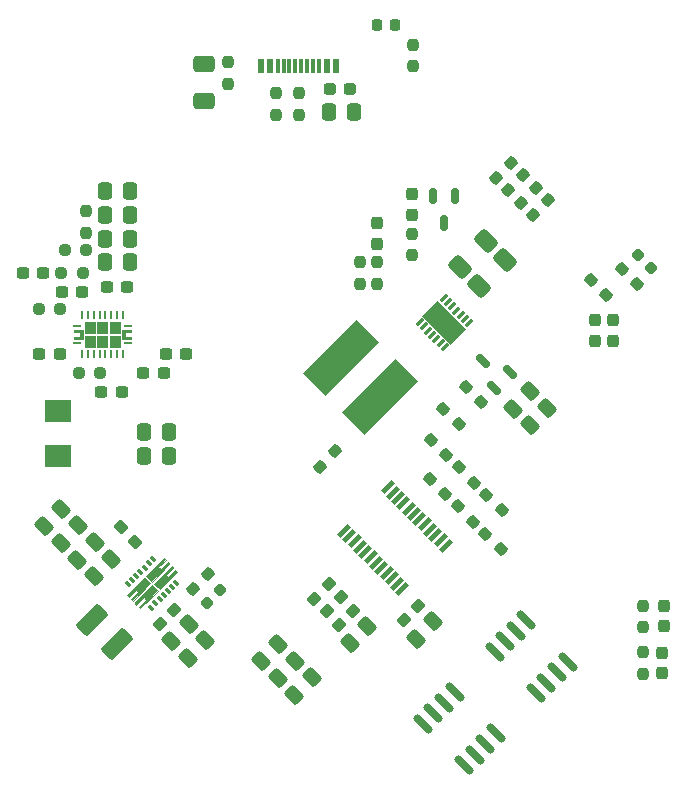
<source format=gbr>
%TF.GenerationSoftware,KiCad,Pcbnew,8.0.4*%
%TF.CreationDate,2024-11-01T13:20:14+09:00*%
%TF.ProjectId,Avio-BMS,4176696f-2d42-44d5-932e-6b696361645f,rev?*%
%TF.SameCoordinates,Original*%
%TF.FileFunction,Paste,Top*%
%TF.FilePolarity,Positive*%
%FSLAX46Y46*%
G04 Gerber Fmt 4.6, Leading zero omitted, Abs format (unit mm)*
G04 Created by KiCad (PCBNEW 8.0.4) date 2024-11-01 13:20:14*
%MOMM*%
%LPD*%
G01*
G04 APERTURE LIST*
G04 Aperture macros list*
%AMRoundRect*
0 Rectangle with rounded corners*
0 $1 Rounding radius*
0 $2 $3 $4 $5 $6 $7 $8 $9 X,Y pos of 4 corners*
0 Add a 4 corners polygon primitive as box body*
4,1,4,$2,$3,$4,$5,$6,$7,$8,$9,$2,$3,0*
0 Add four circle primitives for the rounded corners*
1,1,$1+$1,$2,$3*
1,1,$1+$1,$4,$5*
1,1,$1+$1,$6,$7*
1,1,$1+$1,$8,$9*
0 Add four rect primitives between the rounded corners*
20,1,$1+$1,$2,$3,$4,$5,0*
20,1,$1+$1,$4,$5,$6,$7,0*
20,1,$1+$1,$6,$7,$8,$9,0*
20,1,$1+$1,$8,$9,$2,$3,0*%
%AMHorizOval*
0 Thick line with rounded ends*
0 $1 width*
0 $2 $3 position (X,Y) of the first rounded end (center of the circle)*
0 $4 $5 position (X,Y) of the second rounded end (center of the circle)*
0 Add line between two ends*
20,1,$1,$2,$3,$4,$5,0*
0 Add two circle primitives to create the rounded ends*
1,1,$1,$2,$3*
1,1,$1,$4,$5*%
%AMRotRect*
0 Rectangle, with rotation*
0 The origin of the aperture is its center*
0 $1 length*
0 $2 width*
0 $3 Rotation angle, in degrees counterclockwise*
0 Add horizontal line*
21,1,$1,$2,0,0,$3*%
G04 Aperture macros list end*
%ADD10C,0.000000*%
%ADD11C,0.010000*%
%ADD12RoundRect,0.237500X-0.300000X-0.237500X0.300000X-0.237500X0.300000X0.237500X-0.300000X0.237500X0*%
%ADD13RoundRect,0.250000X-0.097227X0.574524X-0.574524X0.097227X0.097227X-0.574524X0.574524X-0.097227X0*%
%ADD14RoundRect,0.237500X-0.237500X0.287500X-0.237500X-0.287500X0.237500X-0.287500X0.237500X0.287500X0*%
%ADD15RoundRect,0.237500X-0.044194X-0.380070X0.380070X0.044194X0.044194X0.380070X-0.380070X-0.044194X0*%
%ADD16RoundRect,0.250001X1.087175X0.433103X0.433103X1.087175X-1.087175X-0.433103X-0.433103X-1.087175X0*%
%ADD17RoundRect,0.250000X-0.337500X-0.475000X0.337500X-0.475000X0.337500X0.475000X-0.337500X0.475000X0*%
%ADD18RoundRect,0.218750X0.335876X0.026517X0.026517X0.335876X-0.335876X-0.026517X-0.026517X-0.335876X0*%
%ADD19RoundRect,0.237500X-0.287500X-0.237500X0.287500X-0.237500X0.287500X0.237500X-0.287500X0.237500X0*%
%ADD20RoundRect,0.250000X-0.650000X0.412500X-0.650000X-0.412500X0.650000X-0.412500X0.650000X0.412500X0*%
%ADD21RoundRect,0.237500X0.344715X-0.008839X-0.008839X0.344715X-0.344715X0.008839X0.008839X-0.344715X0*%
%ADD22RoundRect,0.218750X-0.026517X0.335876X-0.335876X0.026517X0.026517X-0.335876X0.335876X-0.026517X0*%
%ADD23RoundRect,0.237500X0.008839X0.344715X-0.344715X-0.008839X-0.008839X-0.344715X0.344715X0.008839X0*%
%ADD24RotRect,0.812800X0.254000X45.000000*%
%ADD25RotRect,1.803400X3.403600X45.000000*%
%ADD26RoundRect,0.237500X0.237500X-0.250000X0.237500X0.250000X-0.237500X0.250000X-0.237500X-0.250000X0*%
%ADD27RoundRect,0.237500X0.250000X0.237500X-0.250000X0.237500X-0.250000X-0.237500X0.250000X-0.237500X0*%
%ADD28RoundRect,0.237500X-0.344715X0.008839X0.008839X-0.344715X0.344715X-0.008839X-0.008839X0.344715X0*%
%ADD29HorizOval,0.240000X0.127279X-0.127279X-0.127279X0.127279X0*%
%ADD30RoundRect,0.250000X0.097227X-0.574524X0.574524X-0.097227X-0.097227X0.574524X-0.574524X0.097227X0*%
%ADD31RoundRect,0.237500X-0.237500X0.250000X-0.237500X-0.250000X0.237500X-0.250000X0.237500X0.250000X0*%
%ADD32RoundRect,0.218750X-0.218750X-0.256250X0.218750X-0.256250X0.218750X0.256250X-0.218750X0.256250X0*%
%ADD33RoundRect,0.237500X0.237500X-0.300000X0.237500X0.300000X-0.237500X0.300000X-0.237500X-0.300000X0*%
%ADD34RoundRect,0.237500X-0.008839X-0.344715X0.344715X0.008839X0.008839X0.344715X-0.344715X-0.008839X0*%
%ADD35RoundRect,0.150000X-0.150000X0.512500X-0.150000X-0.512500X0.150000X-0.512500X0.150000X0.512500X0*%
%ADD36R,0.600000X1.150000*%
%ADD37R,0.300000X1.150000*%
%ADD38RotRect,2.750000X6.400000X315.000000*%
%ADD39RoundRect,0.250000X0.167938X-0.751301X0.751301X-0.167938X-0.167938X0.751301X-0.751301X0.167938X0*%
%ADD40RoundRect,0.237500X-0.237500X0.300000X-0.237500X-0.300000X0.237500X-0.300000X0.237500X0.300000X0*%
%ADD41RotRect,1.200000X0.400000X225.000000*%
%ADD42RoundRect,0.237500X0.300000X0.237500X-0.300000X0.237500X-0.300000X-0.237500X0.300000X-0.237500X0*%
%ADD43RoundRect,0.237500X0.380070X-0.044194X-0.044194X0.380070X-0.380070X0.044194X0.044194X-0.380070X0*%
%ADD44R,2.286000X1.854500*%
%ADD45RoundRect,0.050400X0.249600X-0.069600X0.249600X0.069600X-0.249600X0.069600X-0.249600X-0.069600X0*%
%ADD46RoundRect,0.050400X0.069600X-0.249600X0.069600X0.249600X-0.069600X0.249600X-0.069600X-0.249600X0*%
%ADD47RoundRect,0.237500X0.044194X0.380070X-0.380070X-0.044194X-0.044194X-0.380070X0.380070X0.044194X0*%
%ADD48RoundRect,0.150000X-0.689429X0.477297X0.477297X-0.689429X0.689429X-0.477297X-0.477297X0.689429X0*%
%ADD49RoundRect,0.150000X0.468458X-0.256326X-0.256326X0.468458X-0.468458X0.256326X0.256326X-0.468458X0*%
G04 APERTURE END LIST*
D10*
%TO.C,U1*%
G36*
X170183415Y-75068877D02*
G01*
X169049640Y-76202652D01*
X167987707Y-75140719D01*
X169121482Y-74006944D01*
X170183415Y-75068877D01*
G37*
G36*
X171386769Y-76272231D02*
G01*
X170252994Y-77406006D01*
X169191061Y-76344073D01*
X170324836Y-75210298D01*
X171386769Y-76272231D01*
G37*
D11*
%TO.C,U3*%
X144784961Y-97761113D02*
X143300037Y-99246037D01*
X143158616Y-99104616D01*
X143759657Y-98503575D01*
X143575809Y-98319727D01*
X142974768Y-98920768D01*
X142833347Y-98779347D01*
X144318271Y-97294422D01*
X144784961Y-97761113D01*
G36*
X144784961Y-97761113D02*
G01*
X143300037Y-99246037D01*
X143158616Y-99104616D01*
X143759657Y-98503575D01*
X143575809Y-98319727D01*
X142974768Y-98920768D01*
X142833347Y-98779347D01*
X144318271Y-97294422D01*
X144784961Y-97761113D01*
G37*
X145435500Y-98411651D02*
X143950575Y-99896575D01*
X143809154Y-99755154D01*
X144410195Y-99154113D01*
X144226347Y-98970265D01*
X143625306Y-99571306D01*
X143483885Y-99429885D01*
X144968809Y-97944961D01*
X145435500Y-98411651D01*
G36*
X145435500Y-98411651D02*
G01*
X143950575Y-99896575D01*
X143809154Y-99755154D01*
X144410195Y-99154113D01*
X144226347Y-98970265D01*
X143625306Y-99571306D01*
X143483885Y-99429885D01*
X144968809Y-97944961D01*
X145435500Y-98411651D01*
G37*
X146086038Y-95809498D02*
X145484997Y-96410539D01*
X145668845Y-96594387D01*
X146269886Y-95993346D01*
X146411307Y-96134767D01*
X144926383Y-97619691D01*
X144459692Y-97153001D01*
X145944617Y-95668077D01*
X146086038Y-95809498D01*
G36*
X146086038Y-95809498D02*
G01*
X145484997Y-96410539D01*
X145668845Y-96594387D01*
X146269886Y-95993346D01*
X146411307Y-96134767D01*
X144926383Y-97619691D01*
X144459692Y-97153001D01*
X145944617Y-95668077D01*
X146086038Y-95809498D01*
G37*
X146736576Y-96460036D02*
X146135535Y-97061077D01*
X146319383Y-97244925D01*
X146920424Y-96643884D01*
X147061845Y-96785305D01*
X145576921Y-98270230D01*
X145110231Y-97803539D01*
X146595155Y-96318615D01*
X146736576Y-96460036D01*
G36*
X146736576Y-96460036D02*
G01*
X146135535Y-97061077D01*
X146319383Y-97244925D01*
X146920424Y-96643884D01*
X147061845Y-96785305D01*
X145576921Y-98270230D01*
X145110231Y-97803539D01*
X146595155Y-96318615D01*
X146736576Y-96460036D01*
G37*
%TO.C,U4*%
X140120066Y-76607490D02*
X139270066Y-76607490D01*
X139270066Y-75687491D01*
X140120066Y-75687490D01*
X140120066Y-76607490D01*
G36*
X140120066Y-76607490D02*
G01*
X139270066Y-76607490D01*
X139270066Y-75687491D01*
X140120066Y-75687490D01*
X140120066Y-76607490D01*
G37*
X140120066Y-77727490D02*
X139270066Y-77727489D01*
X139270066Y-76807490D01*
X140120066Y-76807490D01*
X140120066Y-77727490D01*
G36*
X140120066Y-77727490D02*
G01*
X139270066Y-77727489D01*
X139270066Y-76807490D01*
X140120066Y-76807490D01*
X140120066Y-77727490D01*
G37*
X141170065Y-77727490D02*
X140320067Y-77727490D01*
X140320066Y-76807490D01*
X141170066Y-76807490D01*
X141170065Y-77727490D01*
G36*
X141170065Y-77727490D02*
G01*
X140320067Y-77727490D01*
X140320066Y-76807490D01*
X141170066Y-76807490D01*
X141170065Y-77727490D01*
G37*
X141170066Y-76607490D02*
X140320066Y-76607490D01*
X140320067Y-75687490D01*
X141170065Y-75687490D01*
X141170066Y-76607490D01*
G36*
X141170066Y-76607490D02*
G01*
X140320066Y-76607490D01*
X140320067Y-75687490D01*
X141170065Y-75687490D01*
X141170066Y-76607490D01*
G37*
X142220066Y-75687491D02*
X142220066Y-76607490D01*
X141370066Y-76607490D01*
X141370066Y-75687490D01*
X142220066Y-75687491D01*
G36*
X142220066Y-75687491D02*
G01*
X142220066Y-76607490D01*
X141370066Y-76607490D01*
X141370066Y-75687490D01*
X142220066Y-75687491D01*
G37*
X142220066Y-77727489D02*
X141370066Y-77727490D01*
X141370066Y-76807490D01*
X142220066Y-76807490D01*
X142220066Y-77727489D01*
G36*
X142220066Y-77727489D02*
G01*
X141370066Y-77727490D01*
X141370066Y-76807490D01*
X142220066Y-76807490D01*
X142220066Y-77727489D01*
G37*
X139070066Y-77082490D02*
X138345066Y-77082490D01*
X138342065Y-77082490D01*
X138340066Y-77082490D01*
X138337066Y-77081490D01*
X138335066Y-77081490D01*
X138332066Y-77080490D01*
X138330066Y-77080490D01*
X138327066Y-77079490D01*
X138325066Y-77078490D01*
X138322066Y-77077490D01*
X138320066Y-77075490D01*
X138318066Y-77074490D01*
X138316067Y-77072490D01*
X138314066Y-77071489D01*
X138312066Y-77069490D01*
X138310066Y-77067489D01*
X138308066Y-77065490D01*
X138306067Y-77063490D01*
X138305066Y-77061490D01*
X138303066Y-77059490D01*
X138302067Y-77057490D01*
X138300066Y-77055490D01*
X138299066Y-77052490D01*
X138298066Y-77050490D01*
X138297066Y-77047490D01*
X138297067Y-77045490D01*
X138296066Y-77042490D01*
X138296066Y-77040490D01*
X138295066Y-77037490D01*
X138295065Y-77035490D01*
X138295066Y-77032490D01*
X138295065Y-76932490D01*
X138295066Y-76929490D01*
X138295066Y-76927490D01*
X138296066Y-76924490D01*
X138296066Y-76922489D01*
X138297066Y-76919490D01*
X138297066Y-76917490D01*
X138298066Y-76914490D01*
X138299066Y-76912490D01*
X138300065Y-76909490D01*
X138302066Y-76907489D01*
X138303066Y-76905490D01*
X138305066Y-76903489D01*
X138306066Y-76901490D01*
X138308066Y-76899490D01*
X138310066Y-76897490D01*
X138312066Y-76895490D01*
X138314066Y-76893489D01*
X138316066Y-76892490D01*
X138318066Y-76890490D01*
X138320066Y-76889489D01*
X138322066Y-76887490D01*
X138325066Y-76886491D01*
X138327066Y-76885490D01*
X138330066Y-76884490D01*
X138332066Y-76884490D01*
X138335066Y-76883490D01*
X138337066Y-76883490D01*
X138340066Y-76882490D01*
X138342066Y-76882490D01*
X138345066Y-76882490D01*
X138820066Y-76882490D01*
X138820066Y-76532490D01*
X138345066Y-76532490D01*
X138342066Y-76532490D01*
X138340066Y-76532490D01*
X138337066Y-76531490D01*
X138335066Y-76531490D01*
X138332066Y-76530490D01*
X138330066Y-76530490D01*
X138327066Y-76529490D01*
X138325066Y-76528489D01*
X138322066Y-76527490D01*
X138320066Y-76525491D01*
X138318066Y-76524490D01*
X138316066Y-76522490D01*
X138314066Y-76521491D01*
X138312066Y-76519490D01*
X138310066Y-76517490D01*
X138308066Y-76515490D01*
X138306066Y-76513490D01*
X138305066Y-76511491D01*
X138303066Y-76509490D01*
X138302066Y-76507491D01*
X138300065Y-76505490D01*
X138299066Y-76502490D01*
X138298066Y-76500490D01*
X138297066Y-76497490D01*
X138297066Y-76495490D01*
X138296066Y-76492491D01*
X138296066Y-76490490D01*
X138295066Y-76487490D01*
X138295066Y-76485490D01*
X138295065Y-76482490D01*
X138295066Y-76382490D01*
X138295065Y-76379490D01*
X138295066Y-76377490D01*
X138296066Y-76374490D01*
X138296066Y-76372490D01*
X138297067Y-76369490D01*
X138297066Y-76367490D01*
X138298066Y-76364490D01*
X138299066Y-76362490D01*
X138300066Y-76359490D01*
X138302067Y-76357490D01*
X138303066Y-76355490D01*
X138305066Y-76353490D01*
X138306067Y-76351490D01*
X138308066Y-76349490D01*
X138310066Y-76347491D01*
X138312066Y-76345490D01*
X138314066Y-76343491D01*
X138316067Y-76342490D01*
X138318066Y-76340490D01*
X138320066Y-76339490D01*
X138322066Y-76337490D01*
X138325066Y-76336490D01*
X138327066Y-76335490D01*
X138330066Y-76334490D01*
X138332066Y-76334490D01*
X138335066Y-76333490D01*
X138337066Y-76333490D01*
X138340066Y-76332490D01*
X138342065Y-76332490D01*
X138345066Y-76332490D01*
X139070066Y-76332490D01*
X139070066Y-77082490D01*
G36*
X139070066Y-77082490D02*
G01*
X138345066Y-77082490D01*
X138342065Y-77082490D01*
X138340066Y-77082490D01*
X138337066Y-77081490D01*
X138335066Y-77081490D01*
X138332066Y-77080490D01*
X138330066Y-77080490D01*
X138327066Y-77079490D01*
X138325066Y-77078490D01*
X138322066Y-77077490D01*
X138320066Y-77075490D01*
X138318066Y-77074490D01*
X138316067Y-77072490D01*
X138314066Y-77071489D01*
X138312066Y-77069490D01*
X138310066Y-77067489D01*
X138308066Y-77065490D01*
X138306067Y-77063490D01*
X138305066Y-77061490D01*
X138303066Y-77059490D01*
X138302067Y-77057490D01*
X138300066Y-77055490D01*
X138299066Y-77052490D01*
X138298066Y-77050490D01*
X138297066Y-77047490D01*
X138297067Y-77045490D01*
X138296066Y-77042490D01*
X138296066Y-77040490D01*
X138295066Y-77037490D01*
X138295065Y-77035490D01*
X138295066Y-77032490D01*
X138295065Y-76932490D01*
X138295066Y-76929490D01*
X138295066Y-76927490D01*
X138296066Y-76924490D01*
X138296066Y-76922489D01*
X138297066Y-76919490D01*
X138297066Y-76917490D01*
X138298066Y-76914490D01*
X138299066Y-76912490D01*
X138300065Y-76909490D01*
X138302066Y-76907489D01*
X138303066Y-76905490D01*
X138305066Y-76903489D01*
X138306066Y-76901490D01*
X138308066Y-76899490D01*
X138310066Y-76897490D01*
X138312066Y-76895490D01*
X138314066Y-76893489D01*
X138316066Y-76892490D01*
X138318066Y-76890490D01*
X138320066Y-76889489D01*
X138322066Y-76887490D01*
X138325066Y-76886491D01*
X138327066Y-76885490D01*
X138330066Y-76884490D01*
X138332066Y-76884490D01*
X138335066Y-76883490D01*
X138337066Y-76883490D01*
X138340066Y-76882490D01*
X138342066Y-76882490D01*
X138345066Y-76882490D01*
X138820066Y-76882490D01*
X138820066Y-76532490D01*
X138345066Y-76532490D01*
X138342066Y-76532490D01*
X138340066Y-76532490D01*
X138337066Y-76531490D01*
X138335066Y-76531490D01*
X138332066Y-76530490D01*
X138330066Y-76530490D01*
X138327066Y-76529490D01*
X138325066Y-76528489D01*
X138322066Y-76527490D01*
X138320066Y-76525491D01*
X138318066Y-76524490D01*
X138316066Y-76522490D01*
X138314066Y-76521491D01*
X138312066Y-76519490D01*
X138310066Y-76517490D01*
X138308066Y-76515490D01*
X138306066Y-76513490D01*
X138305066Y-76511491D01*
X138303066Y-76509490D01*
X138302066Y-76507491D01*
X138300065Y-76505490D01*
X138299066Y-76502490D01*
X138298066Y-76500490D01*
X138297066Y-76497490D01*
X138297066Y-76495490D01*
X138296066Y-76492491D01*
X138296066Y-76490490D01*
X138295066Y-76487490D01*
X138295066Y-76485490D01*
X138295065Y-76482490D01*
X138295066Y-76382490D01*
X138295065Y-76379490D01*
X138295066Y-76377490D01*
X138296066Y-76374490D01*
X138296066Y-76372490D01*
X138297067Y-76369490D01*
X138297066Y-76367490D01*
X138298066Y-76364490D01*
X138299066Y-76362490D01*
X138300066Y-76359490D01*
X138302067Y-76357490D01*
X138303066Y-76355490D01*
X138305066Y-76353490D01*
X138306067Y-76351490D01*
X138308066Y-76349490D01*
X138310066Y-76347491D01*
X138312066Y-76345490D01*
X138314066Y-76343491D01*
X138316067Y-76342490D01*
X138318066Y-76340490D01*
X138320066Y-76339490D01*
X138322066Y-76337490D01*
X138325066Y-76336490D01*
X138327066Y-76335490D01*
X138330066Y-76334490D01*
X138332066Y-76334490D01*
X138335066Y-76333490D01*
X138337066Y-76333490D01*
X138340066Y-76332490D01*
X138342065Y-76332490D01*
X138345066Y-76332490D01*
X139070066Y-76332490D01*
X139070066Y-77082490D01*
G37*
X143153066Y-76333490D02*
X143155066Y-76333490D01*
X143158066Y-76334490D01*
X143160066Y-76334490D01*
X143163066Y-76335490D01*
X143165066Y-76336490D01*
X143168066Y-76337490D01*
X143170066Y-76339490D01*
X143172066Y-76340490D01*
X143174065Y-76342490D01*
X143176066Y-76343491D01*
X143178066Y-76345490D01*
X143180066Y-76347491D01*
X143182066Y-76349490D01*
X143184065Y-76351490D01*
X143185066Y-76353490D01*
X143187066Y-76355490D01*
X143188065Y-76357490D01*
X143190066Y-76359490D01*
X143191066Y-76362490D01*
X143192066Y-76364490D01*
X143193066Y-76367490D01*
X143193065Y-76369490D01*
X143194066Y-76372490D01*
X143194066Y-76374490D01*
X143195066Y-76377490D01*
X143195067Y-76379490D01*
X143195066Y-76382490D01*
X143195067Y-76482490D01*
X143195066Y-76485490D01*
X143195066Y-76487490D01*
X143194066Y-76490490D01*
X143194066Y-76492491D01*
X143193066Y-76495490D01*
X143193066Y-76497490D01*
X143192066Y-76500490D01*
X143191066Y-76502490D01*
X143190067Y-76505490D01*
X143188066Y-76507491D01*
X143187066Y-76509490D01*
X143185066Y-76511491D01*
X143184066Y-76513490D01*
X143182066Y-76515490D01*
X143180066Y-76517490D01*
X143178066Y-76519490D01*
X143176066Y-76521491D01*
X143174066Y-76522490D01*
X143172066Y-76524490D01*
X143170066Y-76525491D01*
X143168066Y-76527490D01*
X143165066Y-76528489D01*
X143163066Y-76529490D01*
X143160066Y-76530490D01*
X143158066Y-76530490D01*
X143155066Y-76531490D01*
X143153066Y-76531490D01*
X143150066Y-76532490D01*
X143148066Y-76532490D01*
X143145066Y-76532490D01*
X142670066Y-76532490D01*
X142670066Y-76882490D01*
X143145066Y-76882490D01*
X143148066Y-76882490D01*
X143150066Y-76882490D01*
X143153066Y-76883490D01*
X143155066Y-76883490D01*
X143158066Y-76884490D01*
X143160066Y-76884490D01*
X143163066Y-76885490D01*
X143165066Y-76886491D01*
X143168066Y-76887490D01*
X143170066Y-76889489D01*
X143172066Y-76890490D01*
X143174066Y-76892490D01*
X143176066Y-76893489D01*
X143178066Y-76895490D01*
X143180066Y-76897490D01*
X143182066Y-76899490D01*
X143184066Y-76901490D01*
X143185066Y-76903489D01*
X143187066Y-76905490D01*
X143188066Y-76907489D01*
X143190067Y-76909490D01*
X143191066Y-76912490D01*
X143192066Y-76914490D01*
X143193066Y-76917490D01*
X143193066Y-76919490D01*
X143194066Y-76922489D01*
X143194066Y-76924490D01*
X143195066Y-76927490D01*
X143195066Y-76929490D01*
X143195067Y-76932490D01*
X143195066Y-77032490D01*
X143195067Y-77035490D01*
X143195066Y-77037490D01*
X143194066Y-77040490D01*
X143194066Y-77042490D01*
X143193065Y-77045490D01*
X143193066Y-77047490D01*
X143192066Y-77050490D01*
X143191066Y-77052490D01*
X143190066Y-77055490D01*
X143188065Y-77057490D01*
X143187066Y-77059490D01*
X143185066Y-77061490D01*
X143184065Y-77063490D01*
X143182066Y-77065490D01*
X143180066Y-77067489D01*
X143178066Y-77069490D01*
X143176066Y-77071489D01*
X143174065Y-77072490D01*
X143172066Y-77074490D01*
X143170066Y-77075490D01*
X143168066Y-77077490D01*
X143165066Y-77078490D01*
X143163066Y-77079490D01*
X143160066Y-77080490D01*
X143158066Y-77080490D01*
X143155066Y-77081490D01*
X143153066Y-77081490D01*
X143150066Y-77082490D01*
X143148067Y-77082490D01*
X143145066Y-77082490D01*
X142420066Y-77082490D01*
X142420066Y-76332490D01*
X143145066Y-76332490D01*
X143148067Y-76332490D01*
X143150066Y-76332490D01*
X143153066Y-76333490D01*
G36*
X143153066Y-76333490D02*
G01*
X143155066Y-76333490D01*
X143158066Y-76334490D01*
X143160066Y-76334490D01*
X143163066Y-76335490D01*
X143165066Y-76336490D01*
X143168066Y-76337490D01*
X143170066Y-76339490D01*
X143172066Y-76340490D01*
X143174065Y-76342490D01*
X143176066Y-76343491D01*
X143178066Y-76345490D01*
X143180066Y-76347491D01*
X143182066Y-76349490D01*
X143184065Y-76351490D01*
X143185066Y-76353490D01*
X143187066Y-76355490D01*
X143188065Y-76357490D01*
X143190066Y-76359490D01*
X143191066Y-76362490D01*
X143192066Y-76364490D01*
X143193066Y-76367490D01*
X143193065Y-76369490D01*
X143194066Y-76372490D01*
X143194066Y-76374490D01*
X143195066Y-76377490D01*
X143195067Y-76379490D01*
X143195066Y-76382490D01*
X143195067Y-76482490D01*
X143195066Y-76485490D01*
X143195066Y-76487490D01*
X143194066Y-76490490D01*
X143194066Y-76492491D01*
X143193066Y-76495490D01*
X143193066Y-76497490D01*
X143192066Y-76500490D01*
X143191066Y-76502490D01*
X143190067Y-76505490D01*
X143188066Y-76507491D01*
X143187066Y-76509490D01*
X143185066Y-76511491D01*
X143184066Y-76513490D01*
X143182066Y-76515490D01*
X143180066Y-76517490D01*
X143178066Y-76519490D01*
X143176066Y-76521491D01*
X143174066Y-76522490D01*
X143172066Y-76524490D01*
X143170066Y-76525491D01*
X143168066Y-76527490D01*
X143165066Y-76528489D01*
X143163066Y-76529490D01*
X143160066Y-76530490D01*
X143158066Y-76530490D01*
X143155066Y-76531490D01*
X143153066Y-76531490D01*
X143150066Y-76532490D01*
X143148066Y-76532490D01*
X143145066Y-76532490D01*
X142670066Y-76532490D01*
X142670066Y-76882490D01*
X143145066Y-76882490D01*
X143148066Y-76882490D01*
X143150066Y-76882490D01*
X143153066Y-76883490D01*
X143155066Y-76883490D01*
X143158066Y-76884490D01*
X143160066Y-76884490D01*
X143163066Y-76885490D01*
X143165066Y-76886491D01*
X143168066Y-76887490D01*
X143170066Y-76889489D01*
X143172066Y-76890490D01*
X143174066Y-76892490D01*
X143176066Y-76893489D01*
X143178066Y-76895490D01*
X143180066Y-76897490D01*
X143182066Y-76899490D01*
X143184066Y-76901490D01*
X143185066Y-76903489D01*
X143187066Y-76905490D01*
X143188066Y-76907489D01*
X143190067Y-76909490D01*
X143191066Y-76912490D01*
X143192066Y-76914490D01*
X143193066Y-76917490D01*
X143193066Y-76919490D01*
X143194066Y-76922489D01*
X143194066Y-76924490D01*
X143195066Y-76927490D01*
X143195066Y-76929490D01*
X143195067Y-76932490D01*
X143195066Y-77032490D01*
X143195067Y-77035490D01*
X143195066Y-77037490D01*
X143194066Y-77040490D01*
X143194066Y-77042490D01*
X143193065Y-77045490D01*
X143193066Y-77047490D01*
X143192066Y-77050490D01*
X143191066Y-77052490D01*
X143190066Y-77055490D01*
X143188065Y-77057490D01*
X143187066Y-77059490D01*
X143185066Y-77061490D01*
X143184065Y-77063490D01*
X143182066Y-77065490D01*
X143180066Y-77067489D01*
X143178066Y-77069490D01*
X143176066Y-77071489D01*
X143174065Y-77072490D01*
X143172066Y-77074490D01*
X143170066Y-77075490D01*
X143168066Y-77077490D01*
X143165066Y-77078490D01*
X143163066Y-77079490D01*
X143160066Y-77080490D01*
X143158066Y-77080490D01*
X143155066Y-77081490D01*
X143153066Y-77081490D01*
X143150066Y-77082490D01*
X143148067Y-77082490D01*
X143145066Y-77082490D01*
X142420066Y-77082490D01*
X142420066Y-76332490D01*
X143145066Y-76332490D01*
X143148067Y-76332490D01*
X143150066Y-76332490D01*
X143153066Y-76333490D01*
G37*
%TD*%
D12*
%TO.C,C27*%
X146127883Y-78378084D03*
X147852885Y-78378084D03*
%TD*%
D13*
%TO.C,C34*%
X138672125Y-92861293D03*
X137204879Y-94328539D03*
%TD*%
D14*
%TO.C,D5*%
X188250075Y-99662857D03*
X188250075Y-101412855D03*
%TD*%
D15*
%TO.C,C16*%
X158689642Y-99077440D03*
X159909402Y-97857680D03*
%TD*%
D16*
%TO.C,L3*%
X142004365Y-102946403D03*
X139900723Y-100842761D03*
%TD*%
D17*
%TO.C,C2*%
X159961421Y-57830793D03*
X162036421Y-57830793D03*
%TD*%
D18*
%TO.C,D3*%
X187182524Y-71062138D03*
X186068830Y-69948446D03*
%TD*%
D19*
%TO.C,D1*%
X159971667Y-55884303D03*
X161721665Y-55884303D03*
%TD*%
D20*
%TO.C,C1*%
X149346667Y-53813009D03*
X149346667Y-56938009D03*
%TD*%
D21*
%TO.C,R14*%
X185998120Y-72423318D03*
X184707650Y-71132850D03*
%TD*%
D22*
%TO.C,D6*%
X150710618Y-98359048D03*
X149596924Y-99472742D03*
%TD*%
D23*
%TO.C,R22*%
X160450339Y-86607611D03*
X159159869Y-87898081D03*
%TD*%
D15*
%TO.C,C13*%
X166236239Y-100896472D03*
X167455999Y-99676712D03*
%TD*%
D17*
%TO.C,C31*%
X140977885Y-66578085D03*
X143052885Y-66578085D03*
%TD*%
D24*
%TO.C,U1*%
X167602829Y-75669564D03*
X167956381Y-76023117D03*
X168309936Y-76376672D03*
X168663489Y-76730224D03*
X169017044Y-77083779D03*
X169370596Y-77437332D03*
X169724149Y-77790884D03*
X171771647Y-75743386D03*
X171418095Y-75389833D03*
X171064540Y-75036278D03*
X170710987Y-74682726D03*
X170357432Y-74329171D03*
X170003880Y-73975618D03*
X169650327Y-73622066D03*
D25*
X169687238Y-75706475D03*
%TD*%
D12*
%TO.C,C24*%
X144190384Y-79978085D03*
X145915386Y-79978085D03*
%TD*%
D26*
%TO.C,R23*%
X186549650Y-105416892D03*
X186549650Y-103591892D03*
%TD*%
D13*
%TO.C,C23*%
X148041188Y-101194118D03*
X146573942Y-102661364D03*
%TD*%
D27*
%TO.C,R30*%
X139065385Y-71478084D03*
X137240385Y-71478084D03*
%TD*%
D28*
%TO.C,R11*%
X169605604Y-83014789D03*
X170896074Y-84305259D03*
%TD*%
D26*
%TO.C,R2*%
X157346667Y-58096803D03*
X157346667Y-56271803D03*
%TD*%
D29*
%TO.C,U3*%
X145018307Y-95731716D03*
X144664753Y-96085270D03*
X144311200Y-96438823D03*
X143957647Y-96792377D03*
X143604093Y-97145930D03*
X143250540Y-97499483D03*
X142896986Y-97853037D03*
X144876885Y-99832936D03*
X145230439Y-99479382D03*
X145583992Y-99125829D03*
X145937545Y-98772275D03*
X146291099Y-98418722D03*
X146644652Y-98065169D03*
X146998206Y-97711615D03*
%TD*%
D26*
%TO.C,R1*%
X151346669Y-55464303D03*
X151346669Y-53639303D03*
%TD*%
D30*
%TO.C,C19*%
X154172998Y-104371902D03*
X155640244Y-102904656D03*
%TD*%
D31*
%TO.C,R5*%
X166963320Y-68184084D03*
X166963320Y-70009084D03*
%TD*%
D32*
%TO.C,D2*%
X163959167Y-50484300D03*
X165534169Y-50484300D03*
%TD*%
D21*
%TO.C,R18*%
X169785917Y-90205015D03*
X168495447Y-88914545D03*
%TD*%
D33*
%TO.C,C3*%
X166963320Y-66551000D03*
X166963320Y-64825998D03*
%TD*%
D15*
%TO.C,C14*%
X160766768Y-101313665D03*
X161986528Y-100093905D03*
%TD*%
D13*
%TO.C,C10*%
X178383094Y-82938197D03*
X176915848Y-84405443D03*
%TD*%
D28*
%TO.C,R13*%
X171541834Y-81170429D03*
X172832304Y-82460899D03*
%TD*%
D21*
%TO.C,R20*%
X172193615Y-89246886D03*
X170903145Y-87956416D03*
%TD*%
%TO.C,R17*%
X172123788Y-92542889D03*
X170833318Y-91252419D03*
%TD*%
D26*
%TO.C,R6*%
X164030551Y-72400103D03*
X164030551Y-70575103D03*
%TD*%
D34*
%TO.C,R10*%
X175083306Y-64506325D03*
X176373776Y-63215855D03*
%TD*%
D21*
%TO.C,R16*%
X174461660Y-94880760D03*
X173171190Y-93590290D03*
%TD*%
D27*
%TO.C,R25*%
X140565386Y-79991919D03*
X138740386Y-79991919D03*
%TD*%
D13*
%TO.C,C36*%
X137257910Y-91447081D03*
X135790664Y-92914327D03*
%TD*%
D35*
%TO.C,Q1*%
X170600326Y-64989233D03*
X168700328Y-64989233D03*
X169650327Y-67264233D03*
%TD*%
D36*
%TO.C,J2*%
X160530919Y-53966801D03*
X159730919Y-53966801D03*
D37*
X158580919Y-53966801D03*
X157580919Y-53966801D03*
X157080919Y-53966801D03*
X156080919Y-53966801D03*
D36*
X154130919Y-53966801D03*
X154930919Y-53966801D03*
D37*
X155580919Y-53966801D03*
X156580919Y-53966801D03*
X158080919Y-53966801D03*
X159080919Y-53966801D03*
%TD*%
D38*
%TO.C,L1*%
X160917557Y-78677880D03*
X164205603Y-81965926D03*
%TD*%
D33*
%TO.C,C5*%
X164030550Y-69012920D03*
X164030550Y-67287918D03*
%TD*%
D39*
%TO.C,C6*%
X171017442Y-70976351D03*
X173227150Y-68766643D03*
%TD*%
D27*
%TO.C,R28*%
X139365385Y-69578084D03*
X137540385Y-69578084D03*
%TD*%
D40*
%TO.C,C9*%
X184004594Y-75503308D03*
X184004594Y-77228310D03*
%TD*%
D21*
%TO.C,R19*%
X174537675Y-91590945D03*
X173247205Y-90300475D03*
%TD*%
D17*
%TO.C,C33*%
X140977885Y-70578084D03*
X143052885Y-70578084D03*
%TD*%
D31*
%TO.C,R3*%
X155446668Y-56271802D03*
X155446668Y-58096802D03*
%TD*%
D41*
%TO.C,U2*%
X169821270Y-94582007D03*
X169372257Y-94132994D03*
X168923244Y-93683981D03*
X168474232Y-93234968D03*
X168025219Y-92785956D03*
X167576206Y-92336943D03*
X167127193Y-91887930D03*
X166678180Y-91438917D03*
X166229168Y-90989904D03*
X165780155Y-90540892D03*
X165331142Y-90091879D03*
X164882129Y-89642866D03*
X161205174Y-93319821D03*
X161654187Y-93768834D03*
X162103200Y-94217847D03*
X162552212Y-94666860D03*
X163001225Y-95115872D03*
X163450238Y-95564885D03*
X163899251Y-96013898D03*
X164348264Y-96462911D03*
X164797276Y-96911924D03*
X165246289Y-97360936D03*
X165695302Y-97809949D03*
X166144315Y-98258962D03*
%TD*%
D13*
%TO.C,C12*%
X163170932Y-101384375D03*
X161703686Y-102851621D03*
%TD*%
D42*
%TO.C,C37*%
X142377886Y-81578084D03*
X140652884Y-81578084D03*
%TD*%
D43*
%TO.C,C26*%
X143498128Y-94257829D03*
X142278368Y-93038069D03*
%TD*%
D34*
%TO.C,R9*%
X176143966Y-65566986D03*
X177434436Y-64276516D03*
%TD*%
D30*
%TO.C,C18*%
X155587213Y-105786114D03*
X157054459Y-104318868D03*
%TD*%
D42*
%TO.C,C38*%
X137115386Y-78378085D03*
X135390384Y-78378085D03*
%TD*%
D13*
%TO.C,C30*%
X141509288Y-95705200D03*
X140042042Y-97172446D03*
%TD*%
D44*
%TO.C,L2*%
X136952885Y-86970334D03*
X136952885Y-83185834D03*
%TD*%
D14*
%TO.C,D4*%
X188140641Y-103638278D03*
X188140641Y-105388276D03*
%TD*%
D34*
%TO.C,R29*%
X148412419Y-98277301D03*
X149702889Y-96986831D03*
%TD*%
D45*
%TO.C,U4*%
X138595066Y-77457491D03*
D46*
X138995066Y-78357490D03*
X139495066Y-78357490D03*
X139995066Y-78357490D03*
X140495066Y-78357490D03*
X140995066Y-78357490D03*
X141495066Y-78357490D03*
X141995066Y-78357490D03*
X142495066Y-78357490D03*
D45*
X142895066Y-77457491D03*
X142895066Y-75957489D03*
D46*
X142495066Y-75057490D03*
X141995066Y-75057490D03*
X141495066Y-75057490D03*
X140995066Y-75057490D03*
X140495066Y-75057490D03*
X139995066Y-75057490D03*
X139495066Y-75057490D03*
X138995066Y-75057490D03*
D45*
X138595066Y-75957489D03*
%TD*%
D31*
%TO.C,R4*%
X167046668Y-52171802D03*
X167046668Y-53996802D03*
%TD*%
D47*
%TO.C,C25*%
X146795014Y-100011909D03*
X145575254Y-101231669D03*
%TD*%
D17*
%TO.C,C35*%
X140977885Y-68578084D03*
X143052885Y-68578084D03*
%TD*%
D34*
%TO.C,R12*%
X177204626Y-66627646D03*
X178495096Y-65337176D03*
%TD*%
D12*
%TO.C,C28*%
X141127883Y-72707490D03*
X142852885Y-72707490D03*
%TD*%
D27*
%TO.C,R26*%
X137165385Y-74578084D03*
X135340385Y-74578084D03*
%TD*%
D12*
%TO.C,C40*%
X133990385Y-71478084D03*
X135715387Y-71478084D03*
%TD*%
D23*
%TO.C,R8*%
X175321955Y-62146356D03*
X174031485Y-63436826D03*
%TD*%
D13*
%TO.C,C32*%
X140095075Y-94290987D03*
X138627829Y-95758233D03*
%TD*%
D39*
%TO.C,C4*%
X172643788Y-72602698D03*
X174853496Y-70392990D03*
%TD*%
D26*
%TO.C,R24*%
X186482308Y-101476828D03*
X186482308Y-99651828D03*
%TD*%
D47*
%TO.C,C15*%
X160970062Y-98918340D03*
X159750302Y-100138100D03*
%TD*%
D13*
%TO.C,C8*%
X176968882Y-81523982D03*
X175501636Y-82991228D03*
%TD*%
D48*
%TO.C,Q4*%
X170554894Y-106975822D03*
X169656869Y-107873848D03*
X168758843Y-108771874D03*
X167860817Y-109669899D03*
X171360996Y-113170078D03*
X172259021Y-112272052D03*
X173157047Y-111374026D03*
X174055073Y-110476001D03*
%TD*%
%TO.C,Q3*%
X176636013Y-100894703D03*
X175737988Y-101792729D03*
X174839962Y-102690755D03*
X173941936Y-103588780D03*
X177442115Y-107088959D03*
X178340140Y-106190933D03*
X179238166Y-105292907D03*
X180136192Y-104394882D03*
%TD*%
D21*
%TO.C,R15*%
X183377036Y-73348061D03*
X182086566Y-72057591D03*
%TD*%
%TO.C,R21*%
X169835415Y-86888685D03*
X168544945Y-85598215D03*
%TD*%
D26*
%TO.C,R7*%
X162574231Y-72400103D03*
X162574231Y-70575103D03*
%TD*%
D12*
%TO.C,C39*%
X137290384Y-73078084D03*
X139015386Y-73078084D03*
%TD*%
D30*
%TO.C,C17*%
X157001426Y-107200328D03*
X158468672Y-105733082D03*
%TD*%
D31*
%TO.C,R27*%
X139352885Y-66265584D03*
X139352885Y-68090584D03*
%TD*%
D49*
%TO.C,Q2*%
X173892966Y-81258819D03*
X175236468Y-79915317D03*
X172956049Y-78978400D03*
%TD*%
D17*
%TO.C,C22*%
X144277885Y-86978085D03*
X146352885Y-86978085D03*
%TD*%
D13*
%TO.C,C21*%
X149455403Y-102608330D03*
X147988157Y-104075576D03*
%TD*%
D17*
%TO.C,C29*%
X140977885Y-64578084D03*
X143052885Y-64578084D03*
%TD*%
D13*
%TO.C,C11*%
X168721720Y-100995467D03*
X167254474Y-102462713D03*
%TD*%
D17*
%TO.C,C20*%
X144277885Y-84978083D03*
X146352885Y-84978083D03*
%TD*%
D40*
%TO.C,C7*%
X182448959Y-75517281D03*
X182448959Y-77242283D03*
%TD*%
M02*

</source>
